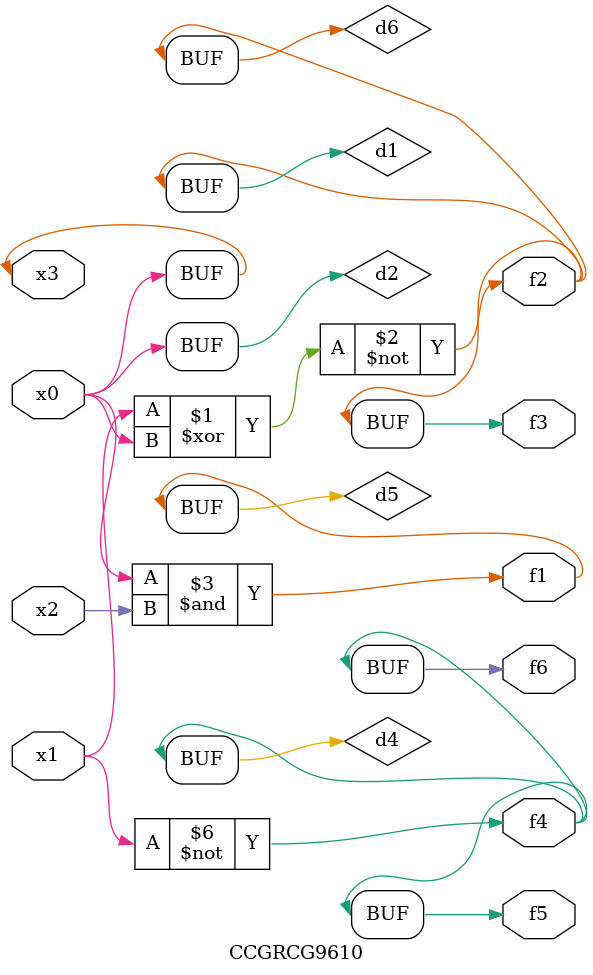
<source format=v>
module CCGRCG9610(
	input x0, x1, x2, x3,
	output f1, f2, f3, f4, f5, f6
);

	wire d1, d2, d3, d4, d5, d6;

	xnor (d1, x1, x3);
	buf (d2, x0, x3);
	nand (d3, x0, x2);
	not (d4, x1);
	nand (d5, d3);
	or (d6, d1);
	assign f1 = d5;
	assign f2 = d6;
	assign f3 = d6;
	assign f4 = d4;
	assign f5 = d4;
	assign f6 = d4;
endmodule

</source>
